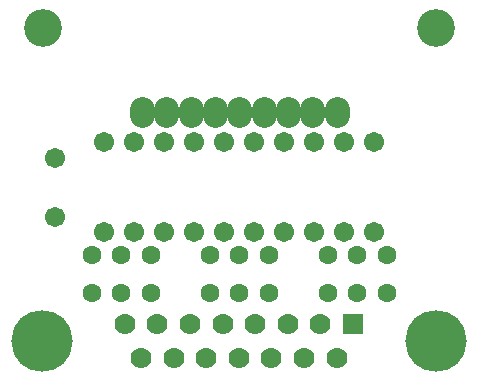
<source format=gbs>
G04 Layer: BottomSolderMaskLayer*
G04 EasyEDA v6.1.30, Wed, 24 Apr 2019 12:06:30 GMT*
G04 1882c7138d5742058a90b0890f8f2482,60359e8c93da465f92779765accd6680,10*
G04 Gerber Generator version 0.2*
G04 Scale: 100 percent, Rotated: No, Reflected: No *
G04 Dimensions in millimeters *
G04 leading zeros omitted , absolute positions ,3 integer and 3 decimal *
%FSLAX33Y33*%
%MOMM*%
G90*
G71D02*

%ADD26C,2.103196*%
%ADD27C,1.703197*%
%ADD28C,1.603197*%
%ADD29C,1.778000*%
%ADD30R,1.778000X1.778000*%
%ADD31C,5.203190*%
%ADD32C,3.203194*%

%LPD*%
G54D26*
G01X19599Y29148D02*
G01X19599Y28648D01*
G01X21662Y29148D02*
G01X21662Y28648D01*
G01X23725Y29148D02*
G01X23725Y28648D01*
G01X25788Y29148D02*
G01X25788Y28648D01*
G01X27851Y29148D02*
G01X27851Y28648D01*
G01X17536Y29148D02*
G01X17536Y28648D01*
G01X15473Y29148D02*
G01X15473Y28648D01*
G01X13410Y29148D02*
G01X13410Y28648D01*
G01X11347Y29148D02*
G01X11347Y28648D01*
G54D27*
G01X8169Y18698D03*
G01X10709Y18698D03*
G01X18329Y18698D03*
G01X20869Y18698D03*
G01X13249Y18698D03*
G01X15789Y18698D03*
G01X23409Y18698D03*
G01X25949Y18698D03*
G01X28489Y18698D03*
G01X31029Y18698D03*
G01X31029Y26318D03*
G01X28489Y26318D03*
G01X25949Y26318D03*
G01X23409Y26318D03*
G01X20869Y26318D03*
G01X18329Y26318D03*
G01X15789Y26318D03*
G01X13249Y26318D03*
G01X10709Y26318D03*
G01X8169Y26318D03*
G01X3999Y20009D03*
G01X3999Y25009D03*
G54D28*
G01X7100Y16798D03*
G01X9600Y16798D03*
G01X12100Y16798D03*
G01X7100Y13598D03*
G01X9600Y13598D03*
G01X12100Y13598D03*
G01X27100Y16798D03*
G01X29600Y16798D03*
G01X32099Y16798D03*
G01X27100Y13598D03*
G01X29600Y13598D03*
G01X32099Y13598D03*
G01X17099Y16799D03*
G01X19599Y16799D03*
G01X22099Y16799D03*
G01X17099Y13599D03*
G01X19599Y13599D03*
G01X22099Y13599D03*
G54D29*
G01X23699Y10898D03*
G54D30*
G01X29220Y10899D03*
G54D29*
G01X26459Y10898D03*
G01X20940Y10898D03*
G01X18180Y10898D03*
G01X25079Y8058D03*
G01X22319Y8058D03*
G01X19560Y8058D03*
G01X16800Y8058D03*
G01X15420Y10898D03*
G01X12660Y10898D03*
G01X9900Y10898D03*
G01X11280Y8058D03*
G01X14040Y8058D03*
G01X27840Y8058D03*
G54D31*
G01X2899Y9478D03*
G01X36219Y9478D03*
G54D32*
G01X2949Y35998D03*
G01X36250Y35998D03*
M00*
M02*

</source>
